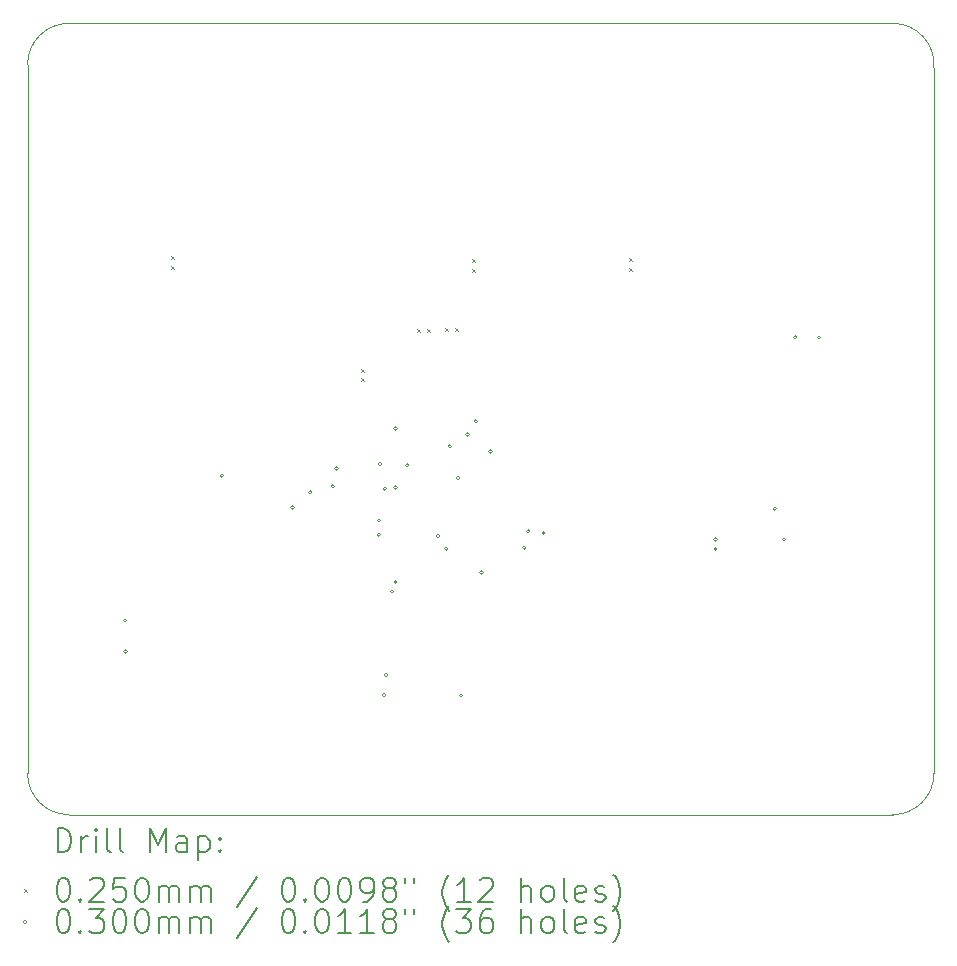
<source format=gbr>
%TF.GenerationSoftware,KiCad,Pcbnew,8.0.4*%
%TF.CreationDate,2024-12-09T12:19:38+01:00*%
%TF.ProjectId,BLDC motor controller,424c4443-206d-46f7-946f-7220636f6e74,1.1*%
%TF.SameCoordinates,Original*%
%TF.FileFunction,Drillmap*%
%TF.FilePolarity,Positive*%
%FSLAX45Y45*%
G04 Gerber Fmt 4.5, Leading zero omitted, Abs format (unit mm)*
G04 Created by KiCad (PCBNEW 8.0.4) date 2024-12-09 12:19:38*
%MOMM*%
%LPD*%
G01*
G04 APERTURE LIST*
%ADD10C,0.100000*%
%ADD11C,0.200000*%
G04 APERTURE END LIST*
D10*
X9725000Y-6750000D02*
X16700000Y-6750000D01*
X9375000Y-7100000D02*
G75*
G02*
X9725000Y-6750000I350000J0D01*
G01*
X9375000Y-13100000D02*
X9375000Y-8750000D01*
X16700000Y-6750000D02*
G75*
G02*
X17049111Y-7124936I0J-350000D01*
G01*
X9725000Y-13450000D02*
X16700000Y-13450000D01*
X17050000Y-13100000D02*
X17050000Y-7125000D01*
X17050000Y-13100000D02*
G75*
G02*
X16700000Y-13450000I-350000J0D01*
G01*
X9725000Y-13450000D02*
G75*
G02*
X9375000Y-13100000I0J350000D01*
G01*
X9375000Y-8750000D02*
X9375000Y-7100000D01*
D11*
D10*
X10587500Y-8720000D02*
X10612500Y-8745000D01*
X10612500Y-8720000D02*
X10587500Y-8745000D01*
X10587500Y-8805000D02*
X10612500Y-8830000D01*
X10612500Y-8805000D02*
X10587500Y-8830000D01*
X12200000Y-9675000D02*
X12225000Y-9700000D01*
X12225000Y-9675000D02*
X12200000Y-9700000D01*
X12200000Y-9750000D02*
X12225000Y-9775000D01*
X12225000Y-9750000D02*
X12200000Y-9775000D01*
X12671151Y-9338651D02*
X12696151Y-9363651D01*
X12696151Y-9338651D02*
X12671151Y-9363651D01*
X12756151Y-9338651D02*
X12781151Y-9363651D01*
X12781151Y-9338651D02*
X12756151Y-9363651D01*
X12909670Y-9327170D02*
X12934670Y-9352170D01*
X12934670Y-9327170D02*
X12909670Y-9352170D01*
X12994670Y-9327170D02*
X13019670Y-9352170D01*
X13019670Y-9327170D02*
X12994670Y-9352170D01*
X13137500Y-8745000D02*
X13162500Y-8770000D01*
X13162500Y-8745000D02*
X13137500Y-8770000D01*
X13137500Y-8830000D02*
X13162500Y-8855000D01*
X13162500Y-8830000D02*
X13137500Y-8855000D01*
X14465701Y-8739259D02*
X14490701Y-8764259D01*
X14490701Y-8739259D02*
X14465701Y-8764259D01*
X14465701Y-8824259D02*
X14490701Y-8849259D01*
X14490701Y-8824259D02*
X14465701Y-8849259D01*
X10215000Y-11805000D02*
G75*
G02*
X10185000Y-11805000I-15000J0D01*
G01*
X10185000Y-11805000D02*
G75*
G02*
X10215000Y-11805000I15000J0D01*
G01*
X10220000Y-12070000D02*
G75*
G02*
X10190000Y-12070000I-15000J0D01*
G01*
X10190000Y-12070000D02*
G75*
G02*
X10220000Y-12070000I15000J0D01*
G01*
X11035000Y-10580000D02*
G75*
G02*
X11005000Y-10580000I-15000J0D01*
G01*
X11005000Y-10580000D02*
G75*
G02*
X11035000Y-10580000I15000J0D01*
G01*
X11635000Y-10850000D02*
G75*
G02*
X11605000Y-10850000I-15000J0D01*
G01*
X11605000Y-10850000D02*
G75*
G02*
X11635000Y-10850000I15000J0D01*
G01*
X11785000Y-10720000D02*
G75*
G02*
X11755000Y-10720000I-15000J0D01*
G01*
X11755000Y-10720000D02*
G75*
G02*
X11785000Y-10720000I15000J0D01*
G01*
X11975000Y-10670000D02*
G75*
G02*
X11945000Y-10670000I-15000J0D01*
G01*
X11945000Y-10670000D02*
G75*
G02*
X11975000Y-10670000I15000J0D01*
G01*
X12005000Y-10520000D02*
G75*
G02*
X11975000Y-10520000I-15000J0D01*
G01*
X11975000Y-10520000D02*
G75*
G02*
X12005000Y-10520000I15000J0D01*
G01*
X12365000Y-10960000D02*
G75*
G02*
X12335000Y-10960000I-15000J0D01*
G01*
X12335000Y-10960000D02*
G75*
G02*
X12365000Y-10960000I15000J0D01*
G01*
X12365000Y-11080000D02*
G75*
G02*
X12335000Y-11080000I-15000J0D01*
G01*
X12335000Y-11080000D02*
G75*
G02*
X12365000Y-11080000I15000J0D01*
G01*
X12375000Y-10480000D02*
G75*
G02*
X12345000Y-10480000I-15000J0D01*
G01*
X12345000Y-10480000D02*
G75*
G02*
X12375000Y-10480000I15000J0D01*
G01*
X12407233Y-12437871D02*
G75*
G02*
X12377233Y-12437871I-15000J0D01*
G01*
X12377233Y-12437871D02*
G75*
G02*
X12407233Y-12437871I15000J0D01*
G01*
X12415000Y-10690000D02*
G75*
G02*
X12385000Y-10690000I-15000J0D01*
G01*
X12385000Y-10690000D02*
G75*
G02*
X12415000Y-10690000I15000J0D01*
G01*
X12424903Y-12267505D02*
G75*
G02*
X12394903Y-12267505I-15000J0D01*
G01*
X12394903Y-12267505D02*
G75*
G02*
X12424903Y-12267505I15000J0D01*
G01*
X12475000Y-11560000D02*
G75*
G02*
X12445000Y-11560000I-15000J0D01*
G01*
X12445000Y-11560000D02*
G75*
G02*
X12475000Y-11560000I15000J0D01*
G01*
X12505000Y-10180000D02*
G75*
G02*
X12475000Y-10180000I-15000J0D01*
G01*
X12475000Y-10180000D02*
G75*
G02*
X12505000Y-10180000I15000J0D01*
G01*
X12505000Y-10680000D02*
G75*
G02*
X12475000Y-10680000I-15000J0D01*
G01*
X12475000Y-10680000D02*
G75*
G02*
X12505000Y-10680000I15000J0D01*
G01*
X12505000Y-11480000D02*
G75*
G02*
X12475000Y-11480000I-15000J0D01*
G01*
X12475000Y-11480000D02*
G75*
G02*
X12505000Y-11480000I15000J0D01*
G01*
X12605000Y-10490000D02*
G75*
G02*
X12575000Y-10490000I-15000J0D01*
G01*
X12575000Y-10490000D02*
G75*
G02*
X12605000Y-10490000I15000J0D01*
G01*
X12865000Y-11090000D02*
G75*
G02*
X12835000Y-11090000I-15000J0D01*
G01*
X12835000Y-11090000D02*
G75*
G02*
X12865000Y-11090000I15000J0D01*
G01*
X12935000Y-11200000D02*
G75*
G02*
X12905000Y-11200000I-15000J0D01*
G01*
X12905000Y-11200000D02*
G75*
G02*
X12935000Y-11200000I15000J0D01*
G01*
X12965000Y-10330000D02*
G75*
G02*
X12935000Y-10330000I-15000J0D01*
G01*
X12935000Y-10330000D02*
G75*
G02*
X12965000Y-10330000I15000J0D01*
G01*
X13035000Y-10600000D02*
G75*
G02*
X13005000Y-10600000I-15000J0D01*
G01*
X13005000Y-10600000D02*
G75*
G02*
X13035000Y-10600000I15000J0D01*
G01*
X13060000Y-12440000D02*
G75*
G02*
X13030000Y-12440000I-15000J0D01*
G01*
X13030000Y-12440000D02*
G75*
G02*
X13060000Y-12440000I15000J0D01*
G01*
X13115000Y-10230000D02*
G75*
G02*
X13085000Y-10230000I-15000J0D01*
G01*
X13085000Y-10230000D02*
G75*
G02*
X13115000Y-10230000I15000J0D01*
G01*
X13185000Y-10120000D02*
G75*
G02*
X13155000Y-10120000I-15000J0D01*
G01*
X13155000Y-10120000D02*
G75*
G02*
X13185000Y-10120000I15000J0D01*
G01*
X13235000Y-11400000D02*
G75*
G02*
X13205000Y-11400000I-15000J0D01*
G01*
X13205000Y-11400000D02*
G75*
G02*
X13235000Y-11400000I15000J0D01*
G01*
X13310000Y-10375000D02*
G75*
G02*
X13280000Y-10375000I-15000J0D01*
G01*
X13280000Y-10375000D02*
G75*
G02*
X13310000Y-10375000I15000J0D01*
G01*
X13595000Y-11190000D02*
G75*
G02*
X13565000Y-11190000I-15000J0D01*
G01*
X13565000Y-11190000D02*
G75*
G02*
X13595000Y-11190000I15000J0D01*
G01*
X13630000Y-11050000D02*
G75*
G02*
X13600000Y-11050000I-15000J0D01*
G01*
X13600000Y-11050000D02*
G75*
G02*
X13630000Y-11050000I15000J0D01*
G01*
X13760000Y-11065000D02*
G75*
G02*
X13730000Y-11065000I-15000J0D01*
G01*
X13730000Y-11065000D02*
G75*
G02*
X13760000Y-11065000I15000J0D01*
G01*
X15215000Y-11120000D02*
G75*
G02*
X15185000Y-11120000I-15000J0D01*
G01*
X15185000Y-11120000D02*
G75*
G02*
X15215000Y-11120000I15000J0D01*
G01*
X15215000Y-11200000D02*
G75*
G02*
X15185000Y-11200000I-15000J0D01*
G01*
X15185000Y-11200000D02*
G75*
G02*
X15215000Y-11200000I15000J0D01*
G01*
X15715000Y-10860000D02*
G75*
G02*
X15685000Y-10860000I-15000J0D01*
G01*
X15685000Y-10860000D02*
G75*
G02*
X15715000Y-10860000I15000J0D01*
G01*
X15795000Y-11120000D02*
G75*
G02*
X15765000Y-11120000I-15000J0D01*
G01*
X15765000Y-11120000D02*
G75*
G02*
X15795000Y-11120000I15000J0D01*
G01*
X15890000Y-9410000D02*
G75*
G02*
X15860000Y-9410000I-15000J0D01*
G01*
X15860000Y-9410000D02*
G75*
G02*
X15890000Y-9410000I15000J0D01*
G01*
X16090000Y-9410000D02*
G75*
G02*
X16060000Y-9410000I-15000J0D01*
G01*
X16060000Y-9410000D02*
G75*
G02*
X16090000Y-9410000I15000J0D01*
G01*
D11*
X9630777Y-13766484D02*
X9630777Y-13566484D01*
X9630777Y-13566484D02*
X9678396Y-13566484D01*
X9678396Y-13566484D02*
X9706967Y-13576008D01*
X9706967Y-13576008D02*
X9726015Y-13595055D01*
X9726015Y-13595055D02*
X9735539Y-13614103D01*
X9735539Y-13614103D02*
X9745063Y-13652198D01*
X9745063Y-13652198D02*
X9745063Y-13680769D01*
X9745063Y-13680769D02*
X9735539Y-13718865D01*
X9735539Y-13718865D02*
X9726015Y-13737912D01*
X9726015Y-13737912D02*
X9706967Y-13756960D01*
X9706967Y-13756960D02*
X9678396Y-13766484D01*
X9678396Y-13766484D02*
X9630777Y-13766484D01*
X9830777Y-13766484D02*
X9830777Y-13633150D01*
X9830777Y-13671246D02*
X9840301Y-13652198D01*
X9840301Y-13652198D02*
X9849824Y-13642674D01*
X9849824Y-13642674D02*
X9868872Y-13633150D01*
X9868872Y-13633150D02*
X9887920Y-13633150D01*
X9954586Y-13766484D02*
X9954586Y-13633150D01*
X9954586Y-13566484D02*
X9945063Y-13576008D01*
X9945063Y-13576008D02*
X9954586Y-13585531D01*
X9954586Y-13585531D02*
X9964110Y-13576008D01*
X9964110Y-13576008D02*
X9954586Y-13566484D01*
X9954586Y-13566484D02*
X9954586Y-13585531D01*
X10078396Y-13766484D02*
X10059348Y-13756960D01*
X10059348Y-13756960D02*
X10049824Y-13737912D01*
X10049824Y-13737912D02*
X10049824Y-13566484D01*
X10183158Y-13766484D02*
X10164110Y-13756960D01*
X10164110Y-13756960D02*
X10154586Y-13737912D01*
X10154586Y-13737912D02*
X10154586Y-13566484D01*
X10411729Y-13766484D02*
X10411729Y-13566484D01*
X10411729Y-13566484D02*
X10478396Y-13709341D01*
X10478396Y-13709341D02*
X10545063Y-13566484D01*
X10545063Y-13566484D02*
X10545063Y-13766484D01*
X10726015Y-13766484D02*
X10726015Y-13661722D01*
X10726015Y-13661722D02*
X10716491Y-13642674D01*
X10716491Y-13642674D02*
X10697444Y-13633150D01*
X10697444Y-13633150D02*
X10659348Y-13633150D01*
X10659348Y-13633150D02*
X10640301Y-13642674D01*
X10726015Y-13756960D02*
X10706967Y-13766484D01*
X10706967Y-13766484D02*
X10659348Y-13766484D01*
X10659348Y-13766484D02*
X10640301Y-13756960D01*
X10640301Y-13756960D02*
X10630777Y-13737912D01*
X10630777Y-13737912D02*
X10630777Y-13718865D01*
X10630777Y-13718865D02*
X10640301Y-13699817D01*
X10640301Y-13699817D02*
X10659348Y-13690293D01*
X10659348Y-13690293D02*
X10706967Y-13690293D01*
X10706967Y-13690293D02*
X10726015Y-13680769D01*
X10821253Y-13633150D02*
X10821253Y-13833150D01*
X10821253Y-13642674D02*
X10840301Y-13633150D01*
X10840301Y-13633150D02*
X10878396Y-13633150D01*
X10878396Y-13633150D02*
X10897444Y-13642674D01*
X10897444Y-13642674D02*
X10906967Y-13652198D01*
X10906967Y-13652198D02*
X10916491Y-13671246D01*
X10916491Y-13671246D02*
X10916491Y-13728388D01*
X10916491Y-13728388D02*
X10906967Y-13747436D01*
X10906967Y-13747436D02*
X10897444Y-13756960D01*
X10897444Y-13756960D02*
X10878396Y-13766484D01*
X10878396Y-13766484D02*
X10840301Y-13766484D01*
X10840301Y-13766484D02*
X10821253Y-13756960D01*
X11002205Y-13747436D02*
X11011729Y-13756960D01*
X11011729Y-13756960D02*
X11002205Y-13766484D01*
X11002205Y-13766484D02*
X10992682Y-13756960D01*
X10992682Y-13756960D02*
X11002205Y-13747436D01*
X11002205Y-13747436D02*
X11002205Y-13766484D01*
X11002205Y-13642674D02*
X11011729Y-13652198D01*
X11011729Y-13652198D02*
X11002205Y-13661722D01*
X11002205Y-13661722D02*
X10992682Y-13652198D01*
X10992682Y-13652198D02*
X11002205Y-13642674D01*
X11002205Y-13642674D02*
X11002205Y-13661722D01*
D10*
X9345000Y-14082500D02*
X9370000Y-14107500D01*
X9370000Y-14082500D02*
X9345000Y-14107500D01*
D11*
X9668872Y-13986484D02*
X9687920Y-13986484D01*
X9687920Y-13986484D02*
X9706967Y-13996008D01*
X9706967Y-13996008D02*
X9716491Y-14005531D01*
X9716491Y-14005531D02*
X9726015Y-14024579D01*
X9726015Y-14024579D02*
X9735539Y-14062674D01*
X9735539Y-14062674D02*
X9735539Y-14110293D01*
X9735539Y-14110293D02*
X9726015Y-14148388D01*
X9726015Y-14148388D02*
X9716491Y-14167436D01*
X9716491Y-14167436D02*
X9706967Y-14176960D01*
X9706967Y-14176960D02*
X9687920Y-14186484D01*
X9687920Y-14186484D02*
X9668872Y-14186484D01*
X9668872Y-14186484D02*
X9649824Y-14176960D01*
X9649824Y-14176960D02*
X9640301Y-14167436D01*
X9640301Y-14167436D02*
X9630777Y-14148388D01*
X9630777Y-14148388D02*
X9621253Y-14110293D01*
X9621253Y-14110293D02*
X9621253Y-14062674D01*
X9621253Y-14062674D02*
X9630777Y-14024579D01*
X9630777Y-14024579D02*
X9640301Y-14005531D01*
X9640301Y-14005531D02*
X9649824Y-13996008D01*
X9649824Y-13996008D02*
X9668872Y-13986484D01*
X9821253Y-14167436D02*
X9830777Y-14176960D01*
X9830777Y-14176960D02*
X9821253Y-14186484D01*
X9821253Y-14186484D02*
X9811729Y-14176960D01*
X9811729Y-14176960D02*
X9821253Y-14167436D01*
X9821253Y-14167436D02*
X9821253Y-14186484D01*
X9906967Y-14005531D02*
X9916491Y-13996008D01*
X9916491Y-13996008D02*
X9935539Y-13986484D01*
X9935539Y-13986484D02*
X9983158Y-13986484D01*
X9983158Y-13986484D02*
X10002205Y-13996008D01*
X10002205Y-13996008D02*
X10011729Y-14005531D01*
X10011729Y-14005531D02*
X10021253Y-14024579D01*
X10021253Y-14024579D02*
X10021253Y-14043627D01*
X10021253Y-14043627D02*
X10011729Y-14072198D01*
X10011729Y-14072198D02*
X9897444Y-14186484D01*
X9897444Y-14186484D02*
X10021253Y-14186484D01*
X10202205Y-13986484D02*
X10106967Y-13986484D01*
X10106967Y-13986484D02*
X10097444Y-14081722D01*
X10097444Y-14081722D02*
X10106967Y-14072198D01*
X10106967Y-14072198D02*
X10126015Y-14062674D01*
X10126015Y-14062674D02*
X10173634Y-14062674D01*
X10173634Y-14062674D02*
X10192682Y-14072198D01*
X10192682Y-14072198D02*
X10202205Y-14081722D01*
X10202205Y-14081722D02*
X10211729Y-14100769D01*
X10211729Y-14100769D02*
X10211729Y-14148388D01*
X10211729Y-14148388D02*
X10202205Y-14167436D01*
X10202205Y-14167436D02*
X10192682Y-14176960D01*
X10192682Y-14176960D02*
X10173634Y-14186484D01*
X10173634Y-14186484D02*
X10126015Y-14186484D01*
X10126015Y-14186484D02*
X10106967Y-14176960D01*
X10106967Y-14176960D02*
X10097444Y-14167436D01*
X10335539Y-13986484D02*
X10354586Y-13986484D01*
X10354586Y-13986484D02*
X10373634Y-13996008D01*
X10373634Y-13996008D02*
X10383158Y-14005531D01*
X10383158Y-14005531D02*
X10392682Y-14024579D01*
X10392682Y-14024579D02*
X10402205Y-14062674D01*
X10402205Y-14062674D02*
X10402205Y-14110293D01*
X10402205Y-14110293D02*
X10392682Y-14148388D01*
X10392682Y-14148388D02*
X10383158Y-14167436D01*
X10383158Y-14167436D02*
X10373634Y-14176960D01*
X10373634Y-14176960D02*
X10354586Y-14186484D01*
X10354586Y-14186484D02*
X10335539Y-14186484D01*
X10335539Y-14186484D02*
X10316491Y-14176960D01*
X10316491Y-14176960D02*
X10306967Y-14167436D01*
X10306967Y-14167436D02*
X10297444Y-14148388D01*
X10297444Y-14148388D02*
X10287920Y-14110293D01*
X10287920Y-14110293D02*
X10287920Y-14062674D01*
X10287920Y-14062674D02*
X10297444Y-14024579D01*
X10297444Y-14024579D02*
X10306967Y-14005531D01*
X10306967Y-14005531D02*
X10316491Y-13996008D01*
X10316491Y-13996008D02*
X10335539Y-13986484D01*
X10487920Y-14186484D02*
X10487920Y-14053150D01*
X10487920Y-14072198D02*
X10497444Y-14062674D01*
X10497444Y-14062674D02*
X10516491Y-14053150D01*
X10516491Y-14053150D02*
X10545063Y-14053150D01*
X10545063Y-14053150D02*
X10564110Y-14062674D01*
X10564110Y-14062674D02*
X10573634Y-14081722D01*
X10573634Y-14081722D02*
X10573634Y-14186484D01*
X10573634Y-14081722D02*
X10583158Y-14062674D01*
X10583158Y-14062674D02*
X10602205Y-14053150D01*
X10602205Y-14053150D02*
X10630777Y-14053150D01*
X10630777Y-14053150D02*
X10649825Y-14062674D01*
X10649825Y-14062674D02*
X10659348Y-14081722D01*
X10659348Y-14081722D02*
X10659348Y-14186484D01*
X10754586Y-14186484D02*
X10754586Y-14053150D01*
X10754586Y-14072198D02*
X10764110Y-14062674D01*
X10764110Y-14062674D02*
X10783158Y-14053150D01*
X10783158Y-14053150D02*
X10811729Y-14053150D01*
X10811729Y-14053150D02*
X10830777Y-14062674D01*
X10830777Y-14062674D02*
X10840301Y-14081722D01*
X10840301Y-14081722D02*
X10840301Y-14186484D01*
X10840301Y-14081722D02*
X10849825Y-14062674D01*
X10849825Y-14062674D02*
X10868872Y-14053150D01*
X10868872Y-14053150D02*
X10897444Y-14053150D01*
X10897444Y-14053150D02*
X10916491Y-14062674D01*
X10916491Y-14062674D02*
X10926015Y-14081722D01*
X10926015Y-14081722D02*
X10926015Y-14186484D01*
X11316491Y-13976960D02*
X11145063Y-14234103D01*
X11573634Y-13986484D02*
X11592682Y-13986484D01*
X11592682Y-13986484D02*
X11611729Y-13996008D01*
X11611729Y-13996008D02*
X11621253Y-14005531D01*
X11621253Y-14005531D02*
X11630777Y-14024579D01*
X11630777Y-14024579D02*
X11640301Y-14062674D01*
X11640301Y-14062674D02*
X11640301Y-14110293D01*
X11640301Y-14110293D02*
X11630777Y-14148388D01*
X11630777Y-14148388D02*
X11621253Y-14167436D01*
X11621253Y-14167436D02*
X11611729Y-14176960D01*
X11611729Y-14176960D02*
X11592682Y-14186484D01*
X11592682Y-14186484D02*
X11573634Y-14186484D01*
X11573634Y-14186484D02*
X11554586Y-14176960D01*
X11554586Y-14176960D02*
X11545063Y-14167436D01*
X11545063Y-14167436D02*
X11535539Y-14148388D01*
X11535539Y-14148388D02*
X11526015Y-14110293D01*
X11526015Y-14110293D02*
X11526015Y-14062674D01*
X11526015Y-14062674D02*
X11535539Y-14024579D01*
X11535539Y-14024579D02*
X11545063Y-14005531D01*
X11545063Y-14005531D02*
X11554586Y-13996008D01*
X11554586Y-13996008D02*
X11573634Y-13986484D01*
X11726015Y-14167436D02*
X11735539Y-14176960D01*
X11735539Y-14176960D02*
X11726015Y-14186484D01*
X11726015Y-14186484D02*
X11716491Y-14176960D01*
X11716491Y-14176960D02*
X11726015Y-14167436D01*
X11726015Y-14167436D02*
X11726015Y-14186484D01*
X11859348Y-13986484D02*
X11878396Y-13986484D01*
X11878396Y-13986484D02*
X11897444Y-13996008D01*
X11897444Y-13996008D02*
X11906967Y-14005531D01*
X11906967Y-14005531D02*
X11916491Y-14024579D01*
X11916491Y-14024579D02*
X11926015Y-14062674D01*
X11926015Y-14062674D02*
X11926015Y-14110293D01*
X11926015Y-14110293D02*
X11916491Y-14148388D01*
X11916491Y-14148388D02*
X11906967Y-14167436D01*
X11906967Y-14167436D02*
X11897444Y-14176960D01*
X11897444Y-14176960D02*
X11878396Y-14186484D01*
X11878396Y-14186484D02*
X11859348Y-14186484D01*
X11859348Y-14186484D02*
X11840301Y-14176960D01*
X11840301Y-14176960D02*
X11830777Y-14167436D01*
X11830777Y-14167436D02*
X11821253Y-14148388D01*
X11821253Y-14148388D02*
X11811729Y-14110293D01*
X11811729Y-14110293D02*
X11811729Y-14062674D01*
X11811729Y-14062674D02*
X11821253Y-14024579D01*
X11821253Y-14024579D02*
X11830777Y-14005531D01*
X11830777Y-14005531D02*
X11840301Y-13996008D01*
X11840301Y-13996008D02*
X11859348Y-13986484D01*
X12049825Y-13986484D02*
X12068872Y-13986484D01*
X12068872Y-13986484D02*
X12087920Y-13996008D01*
X12087920Y-13996008D02*
X12097444Y-14005531D01*
X12097444Y-14005531D02*
X12106967Y-14024579D01*
X12106967Y-14024579D02*
X12116491Y-14062674D01*
X12116491Y-14062674D02*
X12116491Y-14110293D01*
X12116491Y-14110293D02*
X12106967Y-14148388D01*
X12106967Y-14148388D02*
X12097444Y-14167436D01*
X12097444Y-14167436D02*
X12087920Y-14176960D01*
X12087920Y-14176960D02*
X12068872Y-14186484D01*
X12068872Y-14186484D02*
X12049825Y-14186484D01*
X12049825Y-14186484D02*
X12030777Y-14176960D01*
X12030777Y-14176960D02*
X12021253Y-14167436D01*
X12021253Y-14167436D02*
X12011729Y-14148388D01*
X12011729Y-14148388D02*
X12002206Y-14110293D01*
X12002206Y-14110293D02*
X12002206Y-14062674D01*
X12002206Y-14062674D02*
X12011729Y-14024579D01*
X12011729Y-14024579D02*
X12021253Y-14005531D01*
X12021253Y-14005531D02*
X12030777Y-13996008D01*
X12030777Y-13996008D02*
X12049825Y-13986484D01*
X12211729Y-14186484D02*
X12249825Y-14186484D01*
X12249825Y-14186484D02*
X12268872Y-14176960D01*
X12268872Y-14176960D02*
X12278396Y-14167436D01*
X12278396Y-14167436D02*
X12297444Y-14138865D01*
X12297444Y-14138865D02*
X12306967Y-14100769D01*
X12306967Y-14100769D02*
X12306967Y-14024579D01*
X12306967Y-14024579D02*
X12297444Y-14005531D01*
X12297444Y-14005531D02*
X12287920Y-13996008D01*
X12287920Y-13996008D02*
X12268872Y-13986484D01*
X12268872Y-13986484D02*
X12230777Y-13986484D01*
X12230777Y-13986484D02*
X12211729Y-13996008D01*
X12211729Y-13996008D02*
X12202206Y-14005531D01*
X12202206Y-14005531D02*
X12192682Y-14024579D01*
X12192682Y-14024579D02*
X12192682Y-14072198D01*
X12192682Y-14072198D02*
X12202206Y-14091246D01*
X12202206Y-14091246D02*
X12211729Y-14100769D01*
X12211729Y-14100769D02*
X12230777Y-14110293D01*
X12230777Y-14110293D02*
X12268872Y-14110293D01*
X12268872Y-14110293D02*
X12287920Y-14100769D01*
X12287920Y-14100769D02*
X12297444Y-14091246D01*
X12297444Y-14091246D02*
X12306967Y-14072198D01*
X12421253Y-14072198D02*
X12402206Y-14062674D01*
X12402206Y-14062674D02*
X12392682Y-14053150D01*
X12392682Y-14053150D02*
X12383158Y-14034103D01*
X12383158Y-14034103D02*
X12383158Y-14024579D01*
X12383158Y-14024579D02*
X12392682Y-14005531D01*
X12392682Y-14005531D02*
X12402206Y-13996008D01*
X12402206Y-13996008D02*
X12421253Y-13986484D01*
X12421253Y-13986484D02*
X12459348Y-13986484D01*
X12459348Y-13986484D02*
X12478396Y-13996008D01*
X12478396Y-13996008D02*
X12487920Y-14005531D01*
X12487920Y-14005531D02*
X12497444Y-14024579D01*
X12497444Y-14024579D02*
X12497444Y-14034103D01*
X12497444Y-14034103D02*
X12487920Y-14053150D01*
X12487920Y-14053150D02*
X12478396Y-14062674D01*
X12478396Y-14062674D02*
X12459348Y-14072198D01*
X12459348Y-14072198D02*
X12421253Y-14072198D01*
X12421253Y-14072198D02*
X12402206Y-14081722D01*
X12402206Y-14081722D02*
X12392682Y-14091246D01*
X12392682Y-14091246D02*
X12383158Y-14110293D01*
X12383158Y-14110293D02*
X12383158Y-14148388D01*
X12383158Y-14148388D02*
X12392682Y-14167436D01*
X12392682Y-14167436D02*
X12402206Y-14176960D01*
X12402206Y-14176960D02*
X12421253Y-14186484D01*
X12421253Y-14186484D02*
X12459348Y-14186484D01*
X12459348Y-14186484D02*
X12478396Y-14176960D01*
X12478396Y-14176960D02*
X12487920Y-14167436D01*
X12487920Y-14167436D02*
X12497444Y-14148388D01*
X12497444Y-14148388D02*
X12497444Y-14110293D01*
X12497444Y-14110293D02*
X12487920Y-14091246D01*
X12487920Y-14091246D02*
X12478396Y-14081722D01*
X12478396Y-14081722D02*
X12459348Y-14072198D01*
X12573634Y-13986484D02*
X12573634Y-14024579D01*
X12649825Y-13986484D02*
X12649825Y-14024579D01*
X12945063Y-14262674D02*
X12935539Y-14253150D01*
X12935539Y-14253150D02*
X12916491Y-14224579D01*
X12916491Y-14224579D02*
X12906968Y-14205531D01*
X12906968Y-14205531D02*
X12897444Y-14176960D01*
X12897444Y-14176960D02*
X12887920Y-14129341D01*
X12887920Y-14129341D02*
X12887920Y-14091246D01*
X12887920Y-14091246D02*
X12897444Y-14043627D01*
X12897444Y-14043627D02*
X12906968Y-14015055D01*
X12906968Y-14015055D02*
X12916491Y-13996008D01*
X12916491Y-13996008D02*
X12935539Y-13967436D01*
X12935539Y-13967436D02*
X12945063Y-13957912D01*
X13126015Y-14186484D02*
X13011729Y-14186484D01*
X13068872Y-14186484D02*
X13068872Y-13986484D01*
X13068872Y-13986484D02*
X13049825Y-14015055D01*
X13049825Y-14015055D02*
X13030777Y-14034103D01*
X13030777Y-14034103D02*
X13011729Y-14043627D01*
X13202206Y-14005531D02*
X13211729Y-13996008D01*
X13211729Y-13996008D02*
X13230777Y-13986484D01*
X13230777Y-13986484D02*
X13278396Y-13986484D01*
X13278396Y-13986484D02*
X13297444Y-13996008D01*
X13297444Y-13996008D02*
X13306968Y-14005531D01*
X13306968Y-14005531D02*
X13316491Y-14024579D01*
X13316491Y-14024579D02*
X13316491Y-14043627D01*
X13316491Y-14043627D02*
X13306968Y-14072198D01*
X13306968Y-14072198D02*
X13192682Y-14186484D01*
X13192682Y-14186484D02*
X13316491Y-14186484D01*
X13554587Y-14186484D02*
X13554587Y-13986484D01*
X13640301Y-14186484D02*
X13640301Y-14081722D01*
X13640301Y-14081722D02*
X13630777Y-14062674D01*
X13630777Y-14062674D02*
X13611730Y-14053150D01*
X13611730Y-14053150D02*
X13583158Y-14053150D01*
X13583158Y-14053150D02*
X13564110Y-14062674D01*
X13564110Y-14062674D02*
X13554587Y-14072198D01*
X13764110Y-14186484D02*
X13745063Y-14176960D01*
X13745063Y-14176960D02*
X13735539Y-14167436D01*
X13735539Y-14167436D02*
X13726015Y-14148388D01*
X13726015Y-14148388D02*
X13726015Y-14091246D01*
X13726015Y-14091246D02*
X13735539Y-14072198D01*
X13735539Y-14072198D02*
X13745063Y-14062674D01*
X13745063Y-14062674D02*
X13764110Y-14053150D01*
X13764110Y-14053150D02*
X13792682Y-14053150D01*
X13792682Y-14053150D02*
X13811730Y-14062674D01*
X13811730Y-14062674D02*
X13821253Y-14072198D01*
X13821253Y-14072198D02*
X13830777Y-14091246D01*
X13830777Y-14091246D02*
X13830777Y-14148388D01*
X13830777Y-14148388D02*
X13821253Y-14167436D01*
X13821253Y-14167436D02*
X13811730Y-14176960D01*
X13811730Y-14176960D02*
X13792682Y-14186484D01*
X13792682Y-14186484D02*
X13764110Y-14186484D01*
X13945063Y-14186484D02*
X13926015Y-14176960D01*
X13926015Y-14176960D02*
X13916491Y-14157912D01*
X13916491Y-14157912D02*
X13916491Y-13986484D01*
X14097444Y-14176960D02*
X14078396Y-14186484D01*
X14078396Y-14186484D02*
X14040301Y-14186484D01*
X14040301Y-14186484D02*
X14021253Y-14176960D01*
X14021253Y-14176960D02*
X14011730Y-14157912D01*
X14011730Y-14157912D02*
X14011730Y-14081722D01*
X14011730Y-14081722D02*
X14021253Y-14062674D01*
X14021253Y-14062674D02*
X14040301Y-14053150D01*
X14040301Y-14053150D02*
X14078396Y-14053150D01*
X14078396Y-14053150D02*
X14097444Y-14062674D01*
X14097444Y-14062674D02*
X14106968Y-14081722D01*
X14106968Y-14081722D02*
X14106968Y-14100769D01*
X14106968Y-14100769D02*
X14011730Y-14119817D01*
X14183158Y-14176960D02*
X14202206Y-14186484D01*
X14202206Y-14186484D02*
X14240301Y-14186484D01*
X14240301Y-14186484D02*
X14259349Y-14176960D01*
X14259349Y-14176960D02*
X14268872Y-14157912D01*
X14268872Y-14157912D02*
X14268872Y-14148388D01*
X14268872Y-14148388D02*
X14259349Y-14129341D01*
X14259349Y-14129341D02*
X14240301Y-14119817D01*
X14240301Y-14119817D02*
X14211730Y-14119817D01*
X14211730Y-14119817D02*
X14192682Y-14110293D01*
X14192682Y-14110293D02*
X14183158Y-14091246D01*
X14183158Y-14091246D02*
X14183158Y-14081722D01*
X14183158Y-14081722D02*
X14192682Y-14062674D01*
X14192682Y-14062674D02*
X14211730Y-14053150D01*
X14211730Y-14053150D02*
X14240301Y-14053150D01*
X14240301Y-14053150D02*
X14259349Y-14062674D01*
X14335539Y-14262674D02*
X14345063Y-14253150D01*
X14345063Y-14253150D02*
X14364111Y-14224579D01*
X14364111Y-14224579D02*
X14373634Y-14205531D01*
X14373634Y-14205531D02*
X14383158Y-14176960D01*
X14383158Y-14176960D02*
X14392682Y-14129341D01*
X14392682Y-14129341D02*
X14392682Y-14091246D01*
X14392682Y-14091246D02*
X14383158Y-14043627D01*
X14383158Y-14043627D02*
X14373634Y-14015055D01*
X14373634Y-14015055D02*
X14364111Y-13996008D01*
X14364111Y-13996008D02*
X14345063Y-13967436D01*
X14345063Y-13967436D02*
X14335539Y-13957912D01*
D10*
X9370000Y-14359000D02*
G75*
G02*
X9340000Y-14359000I-15000J0D01*
G01*
X9340000Y-14359000D02*
G75*
G02*
X9370000Y-14359000I15000J0D01*
G01*
D11*
X9668872Y-14250484D02*
X9687920Y-14250484D01*
X9687920Y-14250484D02*
X9706967Y-14260008D01*
X9706967Y-14260008D02*
X9716491Y-14269531D01*
X9716491Y-14269531D02*
X9726015Y-14288579D01*
X9726015Y-14288579D02*
X9735539Y-14326674D01*
X9735539Y-14326674D02*
X9735539Y-14374293D01*
X9735539Y-14374293D02*
X9726015Y-14412388D01*
X9726015Y-14412388D02*
X9716491Y-14431436D01*
X9716491Y-14431436D02*
X9706967Y-14440960D01*
X9706967Y-14440960D02*
X9687920Y-14450484D01*
X9687920Y-14450484D02*
X9668872Y-14450484D01*
X9668872Y-14450484D02*
X9649824Y-14440960D01*
X9649824Y-14440960D02*
X9640301Y-14431436D01*
X9640301Y-14431436D02*
X9630777Y-14412388D01*
X9630777Y-14412388D02*
X9621253Y-14374293D01*
X9621253Y-14374293D02*
X9621253Y-14326674D01*
X9621253Y-14326674D02*
X9630777Y-14288579D01*
X9630777Y-14288579D02*
X9640301Y-14269531D01*
X9640301Y-14269531D02*
X9649824Y-14260008D01*
X9649824Y-14260008D02*
X9668872Y-14250484D01*
X9821253Y-14431436D02*
X9830777Y-14440960D01*
X9830777Y-14440960D02*
X9821253Y-14450484D01*
X9821253Y-14450484D02*
X9811729Y-14440960D01*
X9811729Y-14440960D02*
X9821253Y-14431436D01*
X9821253Y-14431436D02*
X9821253Y-14450484D01*
X9897444Y-14250484D02*
X10021253Y-14250484D01*
X10021253Y-14250484D02*
X9954586Y-14326674D01*
X9954586Y-14326674D02*
X9983158Y-14326674D01*
X9983158Y-14326674D02*
X10002205Y-14336198D01*
X10002205Y-14336198D02*
X10011729Y-14345722D01*
X10011729Y-14345722D02*
X10021253Y-14364769D01*
X10021253Y-14364769D02*
X10021253Y-14412388D01*
X10021253Y-14412388D02*
X10011729Y-14431436D01*
X10011729Y-14431436D02*
X10002205Y-14440960D01*
X10002205Y-14440960D02*
X9983158Y-14450484D01*
X9983158Y-14450484D02*
X9926015Y-14450484D01*
X9926015Y-14450484D02*
X9906967Y-14440960D01*
X9906967Y-14440960D02*
X9897444Y-14431436D01*
X10145063Y-14250484D02*
X10164110Y-14250484D01*
X10164110Y-14250484D02*
X10183158Y-14260008D01*
X10183158Y-14260008D02*
X10192682Y-14269531D01*
X10192682Y-14269531D02*
X10202205Y-14288579D01*
X10202205Y-14288579D02*
X10211729Y-14326674D01*
X10211729Y-14326674D02*
X10211729Y-14374293D01*
X10211729Y-14374293D02*
X10202205Y-14412388D01*
X10202205Y-14412388D02*
X10192682Y-14431436D01*
X10192682Y-14431436D02*
X10183158Y-14440960D01*
X10183158Y-14440960D02*
X10164110Y-14450484D01*
X10164110Y-14450484D02*
X10145063Y-14450484D01*
X10145063Y-14450484D02*
X10126015Y-14440960D01*
X10126015Y-14440960D02*
X10116491Y-14431436D01*
X10116491Y-14431436D02*
X10106967Y-14412388D01*
X10106967Y-14412388D02*
X10097444Y-14374293D01*
X10097444Y-14374293D02*
X10097444Y-14326674D01*
X10097444Y-14326674D02*
X10106967Y-14288579D01*
X10106967Y-14288579D02*
X10116491Y-14269531D01*
X10116491Y-14269531D02*
X10126015Y-14260008D01*
X10126015Y-14260008D02*
X10145063Y-14250484D01*
X10335539Y-14250484D02*
X10354586Y-14250484D01*
X10354586Y-14250484D02*
X10373634Y-14260008D01*
X10373634Y-14260008D02*
X10383158Y-14269531D01*
X10383158Y-14269531D02*
X10392682Y-14288579D01*
X10392682Y-14288579D02*
X10402205Y-14326674D01*
X10402205Y-14326674D02*
X10402205Y-14374293D01*
X10402205Y-14374293D02*
X10392682Y-14412388D01*
X10392682Y-14412388D02*
X10383158Y-14431436D01*
X10383158Y-14431436D02*
X10373634Y-14440960D01*
X10373634Y-14440960D02*
X10354586Y-14450484D01*
X10354586Y-14450484D02*
X10335539Y-14450484D01*
X10335539Y-14450484D02*
X10316491Y-14440960D01*
X10316491Y-14440960D02*
X10306967Y-14431436D01*
X10306967Y-14431436D02*
X10297444Y-14412388D01*
X10297444Y-14412388D02*
X10287920Y-14374293D01*
X10287920Y-14374293D02*
X10287920Y-14326674D01*
X10287920Y-14326674D02*
X10297444Y-14288579D01*
X10297444Y-14288579D02*
X10306967Y-14269531D01*
X10306967Y-14269531D02*
X10316491Y-14260008D01*
X10316491Y-14260008D02*
X10335539Y-14250484D01*
X10487920Y-14450484D02*
X10487920Y-14317150D01*
X10487920Y-14336198D02*
X10497444Y-14326674D01*
X10497444Y-14326674D02*
X10516491Y-14317150D01*
X10516491Y-14317150D02*
X10545063Y-14317150D01*
X10545063Y-14317150D02*
X10564110Y-14326674D01*
X10564110Y-14326674D02*
X10573634Y-14345722D01*
X10573634Y-14345722D02*
X10573634Y-14450484D01*
X10573634Y-14345722D02*
X10583158Y-14326674D01*
X10583158Y-14326674D02*
X10602205Y-14317150D01*
X10602205Y-14317150D02*
X10630777Y-14317150D01*
X10630777Y-14317150D02*
X10649825Y-14326674D01*
X10649825Y-14326674D02*
X10659348Y-14345722D01*
X10659348Y-14345722D02*
X10659348Y-14450484D01*
X10754586Y-14450484D02*
X10754586Y-14317150D01*
X10754586Y-14336198D02*
X10764110Y-14326674D01*
X10764110Y-14326674D02*
X10783158Y-14317150D01*
X10783158Y-14317150D02*
X10811729Y-14317150D01*
X10811729Y-14317150D02*
X10830777Y-14326674D01*
X10830777Y-14326674D02*
X10840301Y-14345722D01*
X10840301Y-14345722D02*
X10840301Y-14450484D01*
X10840301Y-14345722D02*
X10849825Y-14326674D01*
X10849825Y-14326674D02*
X10868872Y-14317150D01*
X10868872Y-14317150D02*
X10897444Y-14317150D01*
X10897444Y-14317150D02*
X10916491Y-14326674D01*
X10916491Y-14326674D02*
X10926015Y-14345722D01*
X10926015Y-14345722D02*
X10926015Y-14450484D01*
X11316491Y-14240960D02*
X11145063Y-14498103D01*
X11573634Y-14250484D02*
X11592682Y-14250484D01*
X11592682Y-14250484D02*
X11611729Y-14260008D01*
X11611729Y-14260008D02*
X11621253Y-14269531D01*
X11621253Y-14269531D02*
X11630777Y-14288579D01*
X11630777Y-14288579D02*
X11640301Y-14326674D01*
X11640301Y-14326674D02*
X11640301Y-14374293D01*
X11640301Y-14374293D02*
X11630777Y-14412388D01*
X11630777Y-14412388D02*
X11621253Y-14431436D01*
X11621253Y-14431436D02*
X11611729Y-14440960D01*
X11611729Y-14440960D02*
X11592682Y-14450484D01*
X11592682Y-14450484D02*
X11573634Y-14450484D01*
X11573634Y-14450484D02*
X11554586Y-14440960D01*
X11554586Y-14440960D02*
X11545063Y-14431436D01*
X11545063Y-14431436D02*
X11535539Y-14412388D01*
X11535539Y-14412388D02*
X11526015Y-14374293D01*
X11526015Y-14374293D02*
X11526015Y-14326674D01*
X11526015Y-14326674D02*
X11535539Y-14288579D01*
X11535539Y-14288579D02*
X11545063Y-14269531D01*
X11545063Y-14269531D02*
X11554586Y-14260008D01*
X11554586Y-14260008D02*
X11573634Y-14250484D01*
X11726015Y-14431436D02*
X11735539Y-14440960D01*
X11735539Y-14440960D02*
X11726015Y-14450484D01*
X11726015Y-14450484D02*
X11716491Y-14440960D01*
X11716491Y-14440960D02*
X11726015Y-14431436D01*
X11726015Y-14431436D02*
X11726015Y-14450484D01*
X11859348Y-14250484D02*
X11878396Y-14250484D01*
X11878396Y-14250484D02*
X11897444Y-14260008D01*
X11897444Y-14260008D02*
X11906967Y-14269531D01*
X11906967Y-14269531D02*
X11916491Y-14288579D01*
X11916491Y-14288579D02*
X11926015Y-14326674D01*
X11926015Y-14326674D02*
X11926015Y-14374293D01*
X11926015Y-14374293D02*
X11916491Y-14412388D01*
X11916491Y-14412388D02*
X11906967Y-14431436D01*
X11906967Y-14431436D02*
X11897444Y-14440960D01*
X11897444Y-14440960D02*
X11878396Y-14450484D01*
X11878396Y-14450484D02*
X11859348Y-14450484D01*
X11859348Y-14450484D02*
X11840301Y-14440960D01*
X11840301Y-14440960D02*
X11830777Y-14431436D01*
X11830777Y-14431436D02*
X11821253Y-14412388D01*
X11821253Y-14412388D02*
X11811729Y-14374293D01*
X11811729Y-14374293D02*
X11811729Y-14326674D01*
X11811729Y-14326674D02*
X11821253Y-14288579D01*
X11821253Y-14288579D02*
X11830777Y-14269531D01*
X11830777Y-14269531D02*
X11840301Y-14260008D01*
X11840301Y-14260008D02*
X11859348Y-14250484D01*
X12116491Y-14450484D02*
X12002206Y-14450484D01*
X12059348Y-14450484D02*
X12059348Y-14250484D01*
X12059348Y-14250484D02*
X12040301Y-14279055D01*
X12040301Y-14279055D02*
X12021253Y-14298103D01*
X12021253Y-14298103D02*
X12002206Y-14307627D01*
X12306967Y-14450484D02*
X12192682Y-14450484D01*
X12249825Y-14450484D02*
X12249825Y-14250484D01*
X12249825Y-14250484D02*
X12230777Y-14279055D01*
X12230777Y-14279055D02*
X12211729Y-14298103D01*
X12211729Y-14298103D02*
X12192682Y-14307627D01*
X12421253Y-14336198D02*
X12402206Y-14326674D01*
X12402206Y-14326674D02*
X12392682Y-14317150D01*
X12392682Y-14317150D02*
X12383158Y-14298103D01*
X12383158Y-14298103D02*
X12383158Y-14288579D01*
X12383158Y-14288579D02*
X12392682Y-14269531D01*
X12392682Y-14269531D02*
X12402206Y-14260008D01*
X12402206Y-14260008D02*
X12421253Y-14250484D01*
X12421253Y-14250484D02*
X12459348Y-14250484D01*
X12459348Y-14250484D02*
X12478396Y-14260008D01*
X12478396Y-14260008D02*
X12487920Y-14269531D01*
X12487920Y-14269531D02*
X12497444Y-14288579D01*
X12497444Y-14288579D02*
X12497444Y-14298103D01*
X12497444Y-14298103D02*
X12487920Y-14317150D01*
X12487920Y-14317150D02*
X12478396Y-14326674D01*
X12478396Y-14326674D02*
X12459348Y-14336198D01*
X12459348Y-14336198D02*
X12421253Y-14336198D01*
X12421253Y-14336198D02*
X12402206Y-14345722D01*
X12402206Y-14345722D02*
X12392682Y-14355246D01*
X12392682Y-14355246D02*
X12383158Y-14374293D01*
X12383158Y-14374293D02*
X12383158Y-14412388D01*
X12383158Y-14412388D02*
X12392682Y-14431436D01*
X12392682Y-14431436D02*
X12402206Y-14440960D01*
X12402206Y-14440960D02*
X12421253Y-14450484D01*
X12421253Y-14450484D02*
X12459348Y-14450484D01*
X12459348Y-14450484D02*
X12478396Y-14440960D01*
X12478396Y-14440960D02*
X12487920Y-14431436D01*
X12487920Y-14431436D02*
X12497444Y-14412388D01*
X12497444Y-14412388D02*
X12497444Y-14374293D01*
X12497444Y-14374293D02*
X12487920Y-14355246D01*
X12487920Y-14355246D02*
X12478396Y-14345722D01*
X12478396Y-14345722D02*
X12459348Y-14336198D01*
X12573634Y-14250484D02*
X12573634Y-14288579D01*
X12649825Y-14250484D02*
X12649825Y-14288579D01*
X12945063Y-14526674D02*
X12935539Y-14517150D01*
X12935539Y-14517150D02*
X12916491Y-14488579D01*
X12916491Y-14488579D02*
X12906968Y-14469531D01*
X12906968Y-14469531D02*
X12897444Y-14440960D01*
X12897444Y-14440960D02*
X12887920Y-14393341D01*
X12887920Y-14393341D02*
X12887920Y-14355246D01*
X12887920Y-14355246D02*
X12897444Y-14307627D01*
X12897444Y-14307627D02*
X12906968Y-14279055D01*
X12906968Y-14279055D02*
X12916491Y-14260008D01*
X12916491Y-14260008D02*
X12935539Y-14231436D01*
X12935539Y-14231436D02*
X12945063Y-14221912D01*
X13002206Y-14250484D02*
X13126015Y-14250484D01*
X13126015Y-14250484D02*
X13059348Y-14326674D01*
X13059348Y-14326674D02*
X13087920Y-14326674D01*
X13087920Y-14326674D02*
X13106968Y-14336198D01*
X13106968Y-14336198D02*
X13116491Y-14345722D01*
X13116491Y-14345722D02*
X13126015Y-14364769D01*
X13126015Y-14364769D02*
X13126015Y-14412388D01*
X13126015Y-14412388D02*
X13116491Y-14431436D01*
X13116491Y-14431436D02*
X13106968Y-14440960D01*
X13106968Y-14440960D02*
X13087920Y-14450484D01*
X13087920Y-14450484D02*
X13030777Y-14450484D01*
X13030777Y-14450484D02*
X13011729Y-14440960D01*
X13011729Y-14440960D02*
X13002206Y-14431436D01*
X13297444Y-14250484D02*
X13259348Y-14250484D01*
X13259348Y-14250484D02*
X13240301Y-14260008D01*
X13240301Y-14260008D02*
X13230777Y-14269531D01*
X13230777Y-14269531D02*
X13211729Y-14298103D01*
X13211729Y-14298103D02*
X13202206Y-14336198D01*
X13202206Y-14336198D02*
X13202206Y-14412388D01*
X13202206Y-14412388D02*
X13211729Y-14431436D01*
X13211729Y-14431436D02*
X13221253Y-14440960D01*
X13221253Y-14440960D02*
X13240301Y-14450484D01*
X13240301Y-14450484D02*
X13278396Y-14450484D01*
X13278396Y-14450484D02*
X13297444Y-14440960D01*
X13297444Y-14440960D02*
X13306968Y-14431436D01*
X13306968Y-14431436D02*
X13316491Y-14412388D01*
X13316491Y-14412388D02*
X13316491Y-14364769D01*
X13316491Y-14364769D02*
X13306968Y-14345722D01*
X13306968Y-14345722D02*
X13297444Y-14336198D01*
X13297444Y-14336198D02*
X13278396Y-14326674D01*
X13278396Y-14326674D02*
X13240301Y-14326674D01*
X13240301Y-14326674D02*
X13221253Y-14336198D01*
X13221253Y-14336198D02*
X13211729Y-14345722D01*
X13211729Y-14345722D02*
X13202206Y-14364769D01*
X13554587Y-14450484D02*
X13554587Y-14250484D01*
X13640301Y-14450484D02*
X13640301Y-14345722D01*
X13640301Y-14345722D02*
X13630777Y-14326674D01*
X13630777Y-14326674D02*
X13611730Y-14317150D01*
X13611730Y-14317150D02*
X13583158Y-14317150D01*
X13583158Y-14317150D02*
X13564110Y-14326674D01*
X13564110Y-14326674D02*
X13554587Y-14336198D01*
X13764110Y-14450484D02*
X13745063Y-14440960D01*
X13745063Y-14440960D02*
X13735539Y-14431436D01*
X13735539Y-14431436D02*
X13726015Y-14412388D01*
X13726015Y-14412388D02*
X13726015Y-14355246D01*
X13726015Y-14355246D02*
X13735539Y-14336198D01*
X13735539Y-14336198D02*
X13745063Y-14326674D01*
X13745063Y-14326674D02*
X13764110Y-14317150D01*
X13764110Y-14317150D02*
X13792682Y-14317150D01*
X13792682Y-14317150D02*
X13811730Y-14326674D01*
X13811730Y-14326674D02*
X13821253Y-14336198D01*
X13821253Y-14336198D02*
X13830777Y-14355246D01*
X13830777Y-14355246D02*
X13830777Y-14412388D01*
X13830777Y-14412388D02*
X13821253Y-14431436D01*
X13821253Y-14431436D02*
X13811730Y-14440960D01*
X13811730Y-14440960D02*
X13792682Y-14450484D01*
X13792682Y-14450484D02*
X13764110Y-14450484D01*
X13945063Y-14450484D02*
X13926015Y-14440960D01*
X13926015Y-14440960D02*
X13916491Y-14421912D01*
X13916491Y-14421912D02*
X13916491Y-14250484D01*
X14097444Y-14440960D02*
X14078396Y-14450484D01*
X14078396Y-14450484D02*
X14040301Y-14450484D01*
X14040301Y-14450484D02*
X14021253Y-14440960D01*
X14021253Y-14440960D02*
X14011730Y-14421912D01*
X14011730Y-14421912D02*
X14011730Y-14345722D01*
X14011730Y-14345722D02*
X14021253Y-14326674D01*
X14021253Y-14326674D02*
X14040301Y-14317150D01*
X14040301Y-14317150D02*
X14078396Y-14317150D01*
X14078396Y-14317150D02*
X14097444Y-14326674D01*
X14097444Y-14326674D02*
X14106968Y-14345722D01*
X14106968Y-14345722D02*
X14106968Y-14364769D01*
X14106968Y-14364769D02*
X14011730Y-14383817D01*
X14183158Y-14440960D02*
X14202206Y-14450484D01*
X14202206Y-14450484D02*
X14240301Y-14450484D01*
X14240301Y-14450484D02*
X14259349Y-14440960D01*
X14259349Y-14440960D02*
X14268872Y-14421912D01*
X14268872Y-14421912D02*
X14268872Y-14412388D01*
X14268872Y-14412388D02*
X14259349Y-14393341D01*
X14259349Y-14393341D02*
X14240301Y-14383817D01*
X14240301Y-14383817D02*
X14211730Y-14383817D01*
X14211730Y-14383817D02*
X14192682Y-14374293D01*
X14192682Y-14374293D02*
X14183158Y-14355246D01*
X14183158Y-14355246D02*
X14183158Y-14345722D01*
X14183158Y-14345722D02*
X14192682Y-14326674D01*
X14192682Y-14326674D02*
X14211730Y-14317150D01*
X14211730Y-14317150D02*
X14240301Y-14317150D01*
X14240301Y-14317150D02*
X14259349Y-14326674D01*
X14335539Y-14526674D02*
X14345063Y-14517150D01*
X14345063Y-14517150D02*
X14364111Y-14488579D01*
X14364111Y-14488579D02*
X14373634Y-14469531D01*
X14373634Y-14469531D02*
X14383158Y-14440960D01*
X14383158Y-14440960D02*
X14392682Y-14393341D01*
X14392682Y-14393341D02*
X14392682Y-14355246D01*
X14392682Y-14355246D02*
X14383158Y-14307627D01*
X14383158Y-14307627D02*
X14373634Y-14279055D01*
X14373634Y-14279055D02*
X14364111Y-14260008D01*
X14364111Y-14260008D02*
X14345063Y-14231436D01*
X14345063Y-14231436D02*
X14335539Y-14221912D01*
M02*

</source>
